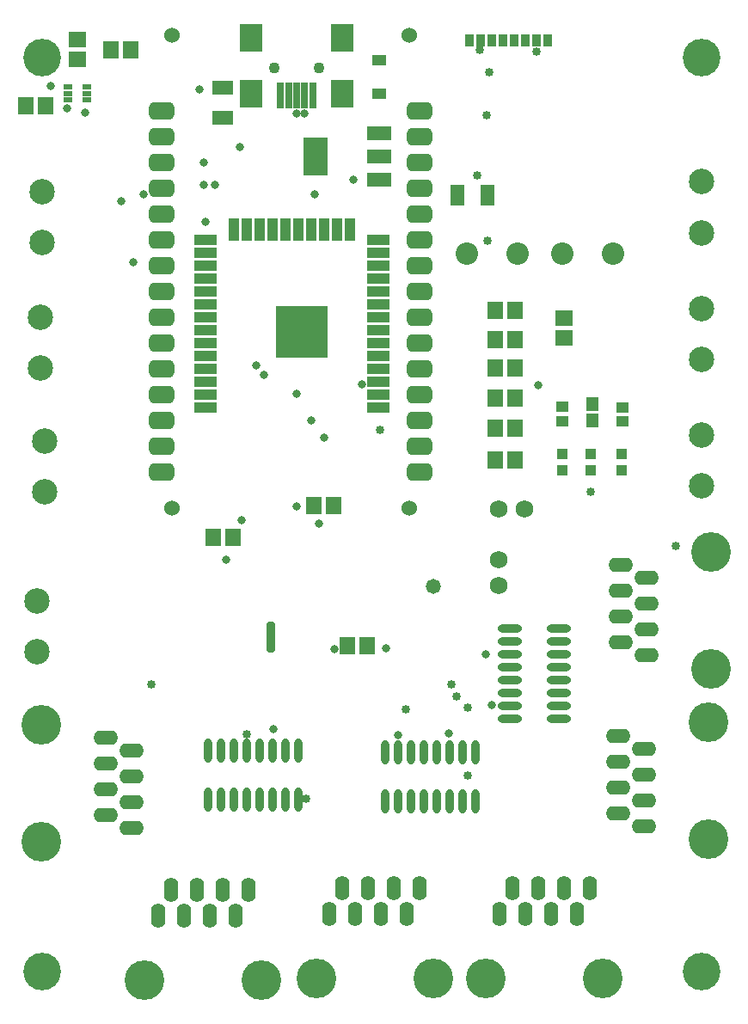
<source format=gts>
G04 Layer_Color=20142*
%FSLAX24Y24*%
%MOIN*%
G70*
G01*
G75*
%ADD35C,0.0600*%
%ADD66R,0.0789X0.0533*%
%ADD67R,0.0612X0.0690*%
%ADD68R,0.0493X0.0434*%
%ADD69R,0.0493X0.0533*%
%ADD70R,0.0415X0.0415*%
%ADD71R,0.0560X0.0438*%
%ADD72O,0.0946X0.0316*%
%ADD73O,0.0316X0.0946*%
%ADD74R,0.0960X0.0560*%
%ADD75R,0.0950X0.1500*%
%ADD76R,0.0690X0.0612*%
%ADD77R,0.2049X0.2049*%
%ADD78R,0.0434X0.0867*%
%ADD79R,0.0867X0.0434*%
%ADD80R,0.0277X0.0986*%
%ADD81R,0.0867X0.1064*%
%ADD82R,0.0356X0.0454*%
%ADD83R,0.0533X0.0789*%
%ADD84R,0.0340X0.0198*%
G04:AMPARAMS|DCode=85|XSize=31.5mil|YSize=118.1mil|CornerRadius=8.9mil|HoleSize=0mil|Usage=FLASHONLY|Rotation=0.000|XOffset=0mil|YOffset=0mil|HoleType=Round|Shape=RoundedRectangle|*
%AMROUNDEDRECTD85*
21,1,0.0315,0.1004,0,0,0.0*
21,1,0.0138,0.1181,0,0,0.0*
1,1,0.0177,0.0069,-0.0502*
1,1,0.0177,-0.0069,-0.0502*
1,1,0.0177,-0.0069,0.0502*
1,1,0.0177,0.0069,0.0502*
%
%ADD85ROUNDEDRECTD85*%
G04:AMPARAMS|DCode=86|XSize=68mil|YSize=98mil|CornerRadius=19mil|HoleSize=0mil|Usage=FLASHONLY|Rotation=270.000|XOffset=0mil|YOffset=0mil|HoleType=Round|Shape=RoundedRectangle|*
%AMROUNDEDRECTD86*
21,1,0.0680,0.0600,0,0,270.0*
21,1,0.0300,0.0980,0,0,270.0*
1,1,0.0380,-0.0300,-0.0150*
1,1,0.0380,-0.0300,0.0150*
1,1,0.0380,0.0300,0.0150*
1,1,0.0380,0.0300,-0.0150*
%
%ADD86ROUNDEDRECTD86*%
%ADD87C,0.0867*%
%ADD88C,0.1080*%
%ADD89C,0.0434*%
%ADD90C,0.0986*%
%ADD91C,0.1537*%
%ADD92O,0.0946X0.0552*%
%ADD93O,0.0552X0.0946*%
%ADD94C,0.0680*%
%ADD95C,0.0320*%
%ADD96C,0.0580*%
%ADD97C,0.0316*%
%ADD98C,0.0336*%
%ADD99C,0.1458*%
D35*
X16856Y48135D02*
D03*
X26052D02*
D03*
Y29804D02*
D03*
X16856D02*
D03*
D66*
X18819Y44921D02*
D03*
Y46102D02*
D03*
D67*
X24439Y24449D02*
D03*
X23671D02*
D03*
X23140Y29882D02*
D03*
X22372D02*
D03*
X30148Y31654D02*
D03*
X29380D02*
D03*
X30148Y32874D02*
D03*
X29380D02*
D03*
X30148Y34055D02*
D03*
X29380D02*
D03*
X30148Y35236D02*
D03*
X29380D02*
D03*
X30148Y36339D02*
D03*
X29380D02*
D03*
X30148Y37441D02*
D03*
X29380D02*
D03*
X14498Y47559D02*
D03*
X15266D02*
D03*
X18474Y28661D02*
D03*
X19242D02*
D03*
X11191Y45394D02*
D03*
X11959D02*
D03*
D68*
X32008Y33140D02*
D03*
Y33711D02*
D03*
X34331Y33159D02*
D03*
Y33691D02*
D03*
D69*
X33150Y33829D02*
D03*
Y33179D02*
D03*
D70*
X34291Y31260D02*
D03*
Y31890D02*
D03*
X33110Y31260D02*
D03*
Y31890D02*
D03*
X32008Y31260D02*
D03*
Y31890D02*
D03*
D71*
X24882Y45850D02*
D03*
Y47142D02*
D03*
D72*
X31850Y21636D02*
D03*
Y22136D02*
D03*
Y22636D02*
D03*
Y23136D02*
D03*
Y23636D02*
D03*
Y24136D02*
D03*
Y24636D02*
D03*
Y25136D02*
D03*
X29961Y21636D02*
D03*
Y22136D02*
D03*
Y22636D02*
D03*
Y23136D02*
D03*
Y23636D02*
D03*
Y24136D02*
D03*
Y24636D02*
D03*
Y25136D02*
D03*
D73*
X25140Y18425D02*
D03*
X25640D02*
D03*
X26140D02*
D03*
X26640D02*
D03*
X27140D02*
D03*
X27640D02*
D03*
X28140D02*
D03*
X28640D02*
D03*
X25140Y20315D02*
D03*
X25640D02*
D03*
X26140D02*
D03*
X26640D02*
D03*
X27140D02*
D03*
X27640D02*
D03*
X28140D02*
D03*
X28640D02*
D03*
X18250Y18504D02*
D03*
X18750D02*
D03*
X19250D02*
D03*
X19750D02*
D03*
X20250D02*
D03*
X20750D02*
D03*
X21250D02*
D03*
X21750D02*
D03*
X18250Y20394D02*
D03*
X18750D02*
D03*
X19250D02*
D03*
X19750D02*
D03*
X20250D02*
D03*
X20750D02*
D03*
X21250D02*
D03*
X21750D02*
D03*
D74*
X24881Y42515D02*
D03*
Y43425D02*
D03*
Y44335D02*
D03*
D75*
X22431Y43425D02*
D03*
D76*
X32047Y37156D02*
D03*
Y36388D02*
D03*
X13189Y47175D02*
D03*
Y47943D02*
D03*
D77*
X21884Y36632D02*
D03*
D78*
X19257Y40576D02*
D03*
X23757D02*
D03*
X23257Y40582D02*
D03*
X22757Y40576D02*
D03*
X22257D02*
D03*
X21757D02*
D03*
X21257D02*
D03*
X20757D02*
D03*
X20257D02*
D03*
X19757D02*
D03*
D79*
X18161Y40182D02*
D03*
Y33682D02*
D03*
Y34182D02*
D03*
Y34682D02*
D03*
Y35182D02*
D03*
Y35682D02*
D03*
Y36182D02*
D03*
Y36682D02*
D03*
Y37182D02*
D03*
Y37682D02*
D03*
Y38182D02*
D03*
Y38682D02*
D03*
Y39182D02*
D03*
Y39682D02*
D03*
X24854D02*
D03*
Y39182D02*
D03*
Y38682D02*
D03*
Y38182D02*
D03*
Y37682D02*
D03*
Y37182D02*
D03*
Y36682D02*
D03*
Y36182D02*
D03*
Y35682D02*
D03*
Y35182D02*
D03*
Y34682D02*
D03*
Y34182D02*
D03*
Y33682D02*
D03*
Y40182D02*
D03*
D80*
X22323Y45787D02*
D03*
X21378D02*
D03*
X21063D02*
D03*
X22008D02*
D03*
X21693D02*
D03*
D81*
X23445Y45866D02*
D03*
X19941D02*
D03*
X23445Y48032D02*
D03*
X19941D02*
D03*
D82*
X28386Y47913D02*
D03*
X28819D02*
D03*
X29252D02*
D03*
X29685D02*
D03*
X30118D02*
D03*
X30551D02*
D03*
X30984D02*
D03*
X31417D02*
D03*
D83*
X27913Y41929D02*
D03*
X29094D02*
D03*
D84*
X12827Y46122D02*
D03*
Y45866D02*
D03*
Y45610D02*
D03*
X13551D02*
D03*
Y45866D02*
D03*
Y46122D02*
D03*
D85*
X20709Y24774D02*
D03*
D86*
X16454Y31182D02*
D03*
Y32182D02*
D03*
Y33182D02*
D03*
Y34182D02*
D03*
Y35182D02*
D03*
Y36182D02*
D03*
Y37182D02*
D03*
Y38182D02*
D03*
Y39182D02*
D03*
Y40182D02*
D03*
Y41182D02*
D03*
Y42182D02*
D03*
Y43182D02*
D03*
Y45182D02*
D03*
X26454Y31182D02*
D03*
Y32182D02*
D03*
Y33182D02*
D03*
Y34182D02*
D03*
Y35182D02*
D03*
Y36182D02*
D03*
Y37182D02*
D03*
Y38182D02*
D03*
Y39182D02*
D03*
Y40182D02*
D03*
Y41182D02*
D03*
Y42182D02*
D03*
Y43182D02*
D03*
Y44182D02*
D03*
Y45182D02*
D03*
X16454Y44182D02*
D03*
D87*
X32007Y39661D02*
D03*
X33977Y39646D02*
D03*
X28306Y39661D02*
D03*
X30276Y39646D02*
D03*
D88*
X21884Y36632D02*
D03*
D89*
X20827Y46870D02*
D03*
X22559D02*
D03*
D90*
X11929Y32402D02*
D03*
Y30433D02*
D03*
X11772Y37205D02*
D03*
Y35236D02*
D03*
X11811Y42047D02*
D03*
Y40079D02*
D03*
X37402Y30669D02*
D03*
Y32638D02*
D03*
Y35551D02*
D03*
Y37520D02*
D03*
Y40472D02*
D03*
Y42441D02*
D03*
X11614Y24213D02*
D03*
Y26181D02*
D03*
D91*
X37748Y23563D02*
D03*
Y28091D02*
D03*
X37669Y16949D02*
D03*
Y21476D02*
D03*
X29035Y11543D02*
D03*
X33563D02*
D03*
X22461D02*
D03*
X26988D02*
D03*
X15807Y11504D02*
D03*
X20335D02*
D03*
X11780Y21398D02*
D03*
Y16870D02*
D03*
D92*
X35248Y25077D02*
D03*
Y24077D02*
D03*
Y26077D02*
D03*
Y27077D02*
D03*
X34248Y26577D02*
D03*
Y27577D02*
D03*
Y25577D02*
D03*
Y24577D02*
D03*
X35169Y18463D02*
D03*
Y17463D02*
D03*
Y19463D02*
D03*
Y20463D02*
D03*
X34169Y19963D02*
D03*
Y20963D02*
D03*
Y18963D02*
D03*
Y17963D02*
D03*
X14280Y19884D02*
D03*
Y20884D02*
D03*
Y18884D02*
D03*
Y17884D02*
D03*
X15280Y18384D02*
D03*
Y17384D02*
D03*
Y19384D02*
D03*
Y20384D02*
D03*
D93*
X30549Y14043D02*
D03*
X29549D02*
D03*
X31549D02*
D03*
X32549D02*
D03*
X32049Y15043D02*
D03*
X33049D02*
D03*
X31049D02*
D03*
X30049D02*
D03*
X23974Y14043D02*
D03*
X22974D02*
D03*
X24974D02*
D03*
X25974D02*
D03*
X25474Y15043D02*
D03*
X26474D02*
D03*
X24474D02*
D03*
X23474D02*
D03*
X17321Y14004D02*
D03*
X16321D02*
D03*
X18321D02*
D03*
X19321D02*
D03*
X18821Y15004D02*
D03*
X19821D02*
D03*
X17821D02*
D03*
X16821D02*
D03*
D94*
X29528Y27783D02*
D03*
Y26783D02*
D03*
X30539Y29764D02*
D03*
X29539D02*
D03*
D95*
X22008Y45079D02*
D03*
X21693D02*
D03*
X23885Y42515D02*
D03*
X23583Y45591D02*
D03*
X17913Y46024D02*
D03*
X18110Y42323D02*
D03*
X18543D02*
D03*
X18110Y43189D02*
D03*
X19488Y43780D02*
D03*
X15354Y39331D02*
D03*
X15748Y41968D02*
D03*
X14882Y41693D02*
D03*
X22402Y41968D02*
D03*
X12165Y46142D02*
D03*
X22559Y29173D02*
D03*
X25157Y24370D02*
D03*
X21693Y34213D02*
D03*
X22756Y32520D02*
D03*
X22244Y33189D02*
D03*
X25630Y20984D02*
D03*
X29252Y22165D02*
D03*
X18150Y40906D02*
D03*
X18976Y27795D02*
D03*
X12795Y45276D02*
D03*
X13504Y45118D02*
D03*
X20118Y35315D02*
D03*
X20433Y34961D02*
D03*
X31063Y34567D02*
D03*
X24213Y34606D02*
D03*
X23150Y24331D02*
D03*
X21693Y29843D02*
D03*
X27598Y21063D02*
D03*
X20787Y21220D02*
D03*
X29016Y24134D02*
D03*
X19567Y29331D02*
D03*
D96*
X27008Y26744D02*
D03*
D97*
X20709Y24370D02*
D03*
Y25177D02*
D03*
D98*
X36378Y28307D02*
D03*
X33110Y30433D02*
D03*
X24920Y32810D02*
D03*
X27680Y22970D02*
D03*
X16050D02*
D03*
X28330Y19430D02*
D03*
Y22060D02*
D03*
X27910Y22480D02*
D03*
X25940Y21990D02*
D03*
X22060Y18530D02*
D03*
X19750Y21010D02*
D03*
X29094Y40160D02*
D03*
X29055Y45039D02*
D03*
X28780Y47559D02*
D03*
X29173Y46693D02*
D03*
X30984Y47480D02*
D03*
X28701Y42677D02*
D03*
D99*
X11811Y11811D02*
D03*
X37402D02*
D03*
X11811Y47244D02*
D03*
X37402D02*
D03*
M02*

</source>
